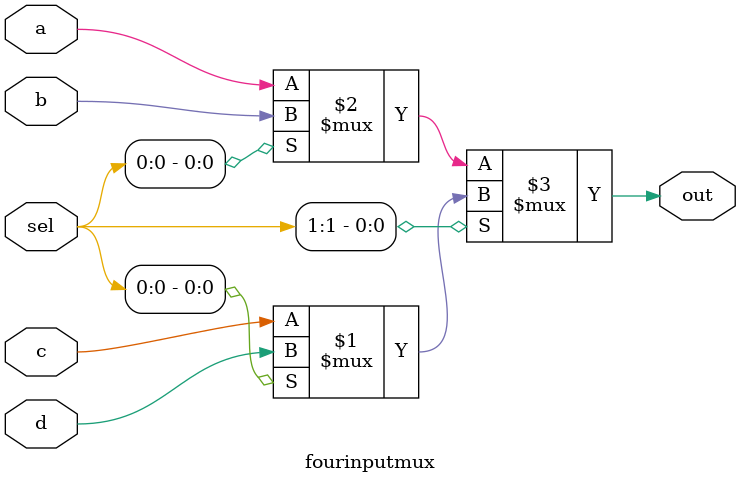
<source format=v>
module fourinputmux (

input a,                 // 4-bit input called a
input b,                 // 4-bit input called b
input c,                 // 4-bit input called c
input d,                 // 4-bit input called d
input [1:0] sel,               // input sel used to select between a,b,c,d
output out);             // 4-bit output based on input sel
 
   
   assign out = sel[1] ? (sel[0] ? d : c) : (sel[0] ? b : a); 
 
endmodule



</source>
